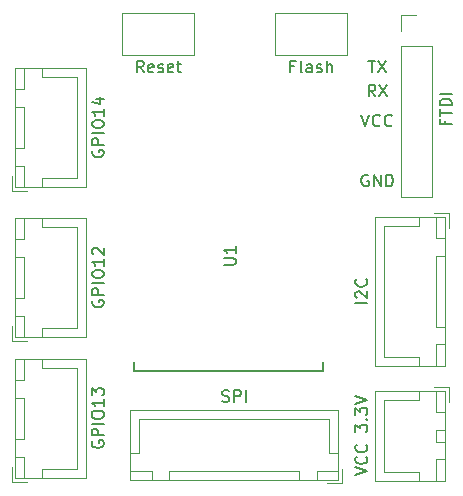
<source format=gto>
G04 #@! TF.GenerationSoftware,KiCad,Pcbnew,5.1.5*
G04 #@! TF.CreationDate,2020-01-13T20:05:45+01:00*
G04 #@! TF.ProjectId,ESP8266_Uni,45535038-3236-4365-9f55-6e692e6b6963,rev?*
G04 #@! TF.SameCoordinates,Original*
G04 #@! TF.FileFunction,Legend,Top*
G04 #@! TF.FilePolarity,Positive*
%FSLAX46Y46*%
G04 Gerber Fmt 4.6, Leading zero omitted, Abs format (unit mm)*
G04 Created by KiCad (PCBNEW 5.1.5) date 2020-01-13 20:05:45*
%MOMM*%
%LPD*%
G04 APERTURE LIST*
%ADD10C,0.150000*%
%ADD11C,0.152400*%
%ADD12C,0.120000*%
G04 APERTURE END LIST*
D10*
X138684095Y-24344380D02*
X139255523Y-24344380D01*
X138969809Y-25344380D02*
X138969809Y-24344380D01*
X139493619Y-24344380D02*
X140160285Y-25344380D01*
X140160285Y-24344380D02*
X139493619Y-25344380D01*
X139279333Y-27376380D02*
X138946000Y-26900190D01*
X138707904Y-27376380D02*
X138707904Y-26376380D01*
X139088857Y-26376380D01*
X139184095Y-26424000D01*
X139231714Y-26471619D01*
X139279333Y-26566857D01*
X139279333Y-26709714D01*
X139231714Y-26804952D01*
X139184095Y-26852571D01*
X139088857Y-26900190D01*
X138707904Y-26900190D01*
X139612666Y-26376380D02*
X140279333Y-27376380D01*
X140279333Y-26376380D02*
X139612666Y-27376380D01*
X138112666Y-28916380D02*
X138446000Y-29916380D01*
X138779333Y-28916380D01*
X139684095Y-29821142D02*
X139636476Y-29868761D01*
X139493619Y-29916380D01*
X139398380Y-29916380D01*
X139255523Y-29868761D01*
X139160285Y-29773523D01*
X139112666Y-29678285D01*
X139065047Y-29487809D01*
X139065047Y-29344952D01*
X139112666Y-29154476D01*
X139160285Y-29059238D01*
X139255523Y-28964000D01*
X139398380Y-28916380D01*
X139493619Y-28916380D01*
X139636476Y-28964000D01*
X139684095Y-29011619D01*
X140684095Y-29821142D02*
X140636476Y-29868761D01*
X140493619Y-29916380D01*
X140398380Y-29916380D01*
X140255523Y-29868761D01*
X140160285Y-29773523D01*
X140112666Y-29678285D01*
X140065047Y-29487809D01*
X140065047Y-29344952D01*
X140112666Y-29154476D01*
X140160285Y-29059238D01*
X140255523Y-28964000D01*
X140398380Y-28916380D01*
X140493619Y-28916380D01*
X140636476Y-28964000D01*
X140684095Y-29011619D01*
X138684095Y-34044000D02*
X138588857Y-33996380D01*
X138446000Y-33996380D01*
X138303142Y-34044000D01*
X138207904Y-34139238D01*
X138160285Y-34234476D01*
X138112666Y-34424952D01*
X138112666Y-34567809D01*
X138160285Y-34758285D01*
X138207904Y-34853523D01*
X138303142Y-34948761D01*
X138446000Y-34996380D01*
X138541238Y-34996380D01*
X138684095Y-34948761D01*
X138731714Y-34901142D01*
X138731714Y-34567809D01*
X138541238Y-34567809D01*
X139160285Y-34996380D02*
X139160285Y-33996380D01*
X139731714Y-34996380D01*
X139731714Y-33996380D01*
X140207904Y-34996380D02*
X140207904Y-33996380D01*
X140446000Y-33996380D01*
X140588857Y-34044000D01*
X140684095Y-34139238D01*
X140731714Y-34234476D01*
X140779333Y-34424952D01*
X140779333Y-34567809D01*
X140731714Y-34758285D01*
X140684095Y-34853523D01*
X140588857Y-34948761D01*
X140446000Y-34996380D01*
X140207904Y-34996380D01*
D11*
X118872000Y-49911000D02*
X118872000Y-50673000D01*
X118872000Y-50673000D02*
X134874000Y-50673000D01*
X134874000Y-50673000D02*
X134874000Y-49911000D01*
D12*
X136164000Y-59864000D02*
X136164000Y-53894000D01*
X136164000Y-53894000D02*
X118544000Y-53894000D01*
X118544000Y-53894000D02*
X118544000Y-59864000D01*
X118544000Y-59864000D02*
X136164000Y-59864000D01*
X132854000Y-59854000D02*
X132854000Y-59104000D01*
X132854000Y-59104000D02*
X121854000Y-59104000D01*
X121854000Y-59104000D02*
X121854000Y-59854000D01*
X121854000Y-59854000D02*
X132854000Y-59854000D01*
X136154000Y-59854000D02*
X136154000Y-59104000D01*
X136154000Y-59104000D02*
X134354000Y-59104000D01*
X134354000Y-59104000D02*
X134354000Y-59854000D01*
X134354000Y-59854000D02*
X136154000Y-59854000D01*
X120354000Y-59854000D02*
X120354000Y-59104000D01*
X120354000Y-59104000D02*
X118554000Y-59104000D01*
X118554000Y-59104000D02*
X118554000Y-59854000D01*
X118554000Y-59854000D02*
X120354000Y-59854000D01*
X136154000Y-57604000D02*
X135404000Y-57604000D01*
X135404000Y-57604000D02*
X135404000Y-54654000D01*
X135404000Y-54654000D02*
X127354000Y-54654000D01*
X118554000Y-57604000D02*
X119304000Y-57604000D01*
X119304000Y-57604000D02*
X119304000Y-54654000D01*
X119304000Y-54654000D02*
X127354000Y-54654000D01*
X135204000Y-60154000D02*
X136454000Y-60154000D01*
X136454000Y-60154000D02*
X136454000Y-58904000D01*
X145208000Y-52304000D02*
X139238000Y-52304000D01*
X139238000Y-52304000D02*
X139238000Y-59924000D01*
X139238000Y-59924000D02*
X145208000Y-59924000D01*
X145208000Y-59924000D02*
X145208000Y-52304000D01*
X145198000Y-55614000D02*
X144448000Y-55614000D01*
X144448000Y-55614000D02*
X144448000Y-56614000D01*
X144448000Y-56614000D02*
X145198000Y-56614000D01*
X145198000Y-56614000D02*
X145198000Y-55614000D01*
X145198000Y-52314000D02*
X144448000Y-52314000D01*
X144448000Y-52314000D02*
X144448000Y-54114000D01*
X144448000Y-54114000D02*
X145198000Y-54114000D01*
X145198000Y-54114000D02*
X145198000Y-52314000D01*
X145198000Y-58114000D02*
X144448000Y-58114000D01*
X144448000Y-58114000D02*
X144448000Y-59914000D01*
X144448000Y-59914000D02*
X145198000Y-59914000D01*
X145198000Y-59914000D02*
X145198000Y-58114000D01*
X142948000Y-52314000D02*
X142948000Y-53064000D01*
X142948000Y-53064000D02*
X139998000Y-53064000D01*
X139998000Y-53064000D02*
X139998000Y-56114000D01*
X142948000Y-59914000D02*
X142948000Y-59164000D01*
X142948000Y-59164000D02*
X139998000Y-59164000D01*
X139998000Y-59164000D02*
X139998000Y-56114000D01*
X145498000Y-53264000D02*
X145498000Y-52014000D01*
X145498000Y-52014000D02*
X144248000Y-52014000D01*
X145208000Y-37572000D02*
X139238000Y-37572000D01*
X139238000Y-37572000D02*
X139238000Y-50192000D01*
X139238000Y-50192000D02*
X145208000Y-50192000D01*
X145208000Y-50192000D02*
X145208000Y-37572000D01*
X145198000Y-40882000D02*
X144448000Y-40882000D01*
X144448000Y-40882000D02*
X144448000Y-46882000D01*
X144448000Y-46882000D02*
X145198000Y-46882000D01*
X145198000Y-46882000D02*
X145198000Y-40882000D01*
X145198000Y-37582000D02*
X144448000Y-37582000D01*
X144448000Y-37582000D02*
X144448000Y-39382000D01*
X144448000Y-39382000D02*
X145198000Y-39382000D01*
X145198000Y-39382000D02*
X145198000Y-37582000D01*
X145198000Y-48382000D02*
X144448000Y-48382000D01*
X144448000Y-48382000D02*
X144448000Y-50182000D01*
X144448000Y-50182000D02*
X145198000Y-50182000D01*
X145198000Y-50182000D02*
X145198000Y-48382000D01*
X142948000Y-37582000D02*
X142948000Y-38332000D01*
X142948000Y-38332000D02*
X139998000Y-38332000D01*
X139998000Y-38332000D02*
X139998000Y-43882000D01*
X142948000Y-50182000D02*
X142948000Y-49432000D01*
X142948000Y-49432000D02*
X139998000Y-49432000D01*
X139998000Y-49432000D02*
X139998000Y-43882000D01*
X145498000Y-38532000D02*
X145498000Y-37282000D01*
X145498000Y-37282000D02*
X144248000Y-37282000D01*
X108792000Y-47772000D02*
X114762000Y-47772000D01*
X114762000Y-47772000D02*
X114762000Y-37652000D01*
X114762000Y-37652000D02*
X108792000Y-37652000D01*
X108792000Y-37652000D02*
X108792000Y-47772000D01*
X108802000Y-44462000D02*
X109552000Y-44462000D01*
X109552000Y-44462000D02*
X109552000Y-40962000D01*
X109552000Y-40962000D02*
X108802000Y-40962000D01*
X108802000Y-40962000D02*
X108802000Y-44462000D01*
X108802000Y-47762000D02*
X109552000Y-47762000D01*
X109552000Y-47762000D02*
X109552000Y-45962000D01*
X109552000Y-45962000D02*
X108802000Y-45962000D01*
X108802000Y-45962000D02*
X108802000Y-47762000D01*
X108802000Y-39462000D02*
X109552000Y-39462000D01*
X109552000Y-39462000D02*
X109552000Y-37662000D01*
X109552000Y-37662000D02*
X108802000Y-37662000D01*
X108802000Y-37662000D02*
X108802000Y-39462000D01*
X111052000Y-47762000D02*
X111052000Y-47012000D01*
X111052000Y-47012000D02*
X114002000Y-47012000D01*
X114002000Y-47012000D02*
X114002000Y-42712000D01*
X111052000Y-37662000D02*
X111052000Y-38412000D01*
X111052000Y-38412000D02*
X114002000Y-38412000D01*
X114002000Y-38412000D02*
X114002000Y-42712000D01*
X108502000Y-46812000D02*
X108502000Y-48062000D01*
X108502000Y-48062000D02*
X109752000Y-48062000D01*
X108502000Y-60000000D02*
X109752000Y-60000000D01*
X108502000Y-58750000D02*
X108502000Y-60000000D01*
X114002000Y-50350000D02*
X114002000Y-54650000D01*
X111052000Y-50350000D02*
X114002000Y-50350000D01*
X111052000Y-49600000D02*
X111052000Y-50350000D01*
X114002000Y-58950000D02*
X114002000Y-54650000D01*
X111052000Y-58950000D02*
X114002000Y-58950000D01*
X111052000Y-59700000D02*
X111052000Y-58950000D01*
X108802000Y-49600000D02*
X108802000Y-51400000D01*
X109552000Y-49600000D02*
X108802000Y-49600000D01*
X109552000Y-51400000D02*
X109552000Y-49600000D01*
X108802000Y-51400000D02*
X109552000Y-51400000D01*
X108802000Y-57900000D02*
X108802000Y-59700000D01*
X109552000Y-57900000D02*
X108802000Y-57900000D01*
X109552000Y-59700000D02*
X109552000Y-57900000D01*
X108802000Y-59700000D02*
X109552000Y-59700000D01*
X108802000Y-52900000D02*
X108802000Y-56400000D01*
X109552000Y-52900000D02*
X108802000Y-52900000D01*
X109552000Y-56400000D02*
X109552000Y-52900000D01*
X108802000Y-56400000D02*
X109552000Y-56400000D01*
X108792000Y-49590000D02*
X108792000Y-59710000D01*
X114762000Y-49590000D02*
X108792000Y-49590000D01*
X114762000Y-59710000D02*
X114762000Y-49590000D01*
X108792000Y-59710000D02*
X114762000Y-59710000D01*
X108792000Y-35072000D02*
X114762000Y-35072000D01*
X114762000Y-35072000D02*
X114762000Y-24952000D01*
X114762000Y-24952000D02*
X108792000Y-24952000D01*
X108792000Y-24952000D02*
X108792000Y-35072000D01*
X108802000Y-31762000D02*
X109552000Y-31762000D01*
X109552000Y-31762000D02*
X109552000Y-28262000D01*
X109552000Y-28262000D02*
X108802000Y-28262000D01*
X108802000Y-28262000D02*
X108802000Y-31762000D01*
X108802000Y-35062000D02*
X109552000Y-35062000D01*
X109552000Y-35062000D02*
X109552000Y-33262000D01*
X109552000Y-33262000D02*
X108802000Y-33262000D01*
X108802000Y-33262000D02*
X108802000Y-35062000D01*
X108802000Y-26762000D02*
X109552000Y-26762000D01*
X109552000Y-26762000D02*
X109552000Y-24962000D01*
X109552000Y-24962000D02*
X108802000Y-24962000D01*
X108802000Y-24962000D02*
X108802000Y-26762000D01*
X111052000Y-35062000D02*
X111052000Y-34312000D01*
X111052000Y-34312000D02*
X114002000Y-34312000D01*
X114002000Y-34312000D02*
X114002000Y-30012000D01*
X111052000Y-24962000D02*
X111052000Y-25712000D01*
X111052000Y-25712000D02*
X114002000Y-25712000D01*
X114002000Y-25712000D02*
X114002000Y-30012000D01*
X108502000Y-34112000D02*
X108502000Y-35362000D01*
X108502000Y-35362000D02*
X109752000Y-35362000D01*
X123964000Y-23908000D02*
X117844000Y-23908000D01*
X117844000Y-23908000D02*
X117844000Y-20288000D01*
X117844000Y-20288000D02*
X123964000Y-20288000D01*
X123964000Y-20288000D02*
X123964000Y-23908000D01*
X141418000Y-35874000D02*
X144078000Y-35874000D01*
X141418000Y-23114000D02*
X141418000Y-35874000D01*
X144078000Y-23114000D02*
X144078000Y-35874000D01*
X141418000Y-23114000D02*
X144078000Y-23114000D01*
X141418000Y-21844000D02*
X141418000Y-20514000D01*
X141418000Y-20514000D02*
X142748000Y-20514000D01*
X130798000Y-20288000D02*
X136918000Y-20288000D01*
X136918000Y-20288000D02*
X136918000Y-23908000D01*
X136918000Y-23908000D02*
X130798000Y-23908000D01*
X130798000Y-23908000D02*
X130798000Y-20288000D01*
D10*
X126452380Y-41655904D02*
X127261904Y-41655904D01*
X127357142Y-41608285D01*
X127404761Y-41560666D01*
X127452380Y-41465428D01*
X127452380Y-41274952D01*
X127404761Y-41179714D01*
X127357142Y-41132095D01*
X127261904Y-41084476D01*
X126452380Y-41084476D01*
X127452380Y-40084476D02*
X127452380Y-40655904D01*
X127452380Y-40370190D02*
X126452380Y-40370190D01*
X126595238Y-40465428D01*
X126690476Y-40560666D01*
X126738095Y-40655904D01*
X126330190Y-53208761D02*
X126473047Y-53256380D01*
X126711142Y-53256380D01*
X126806380Y-53208761D01*
X126854000Y-53161142D01*
X126901619Y-53065904D01*
X126901619Y-52970666D01*
X126854000Y-52875428D01*
X126806380Y-52827809D01*
X126711142Y-52780190D01*
X126520666Y-52732571D01*
X126425428Y-52684952D01*
X126377809Y-52637333D01*
X126330190Y-52542095D01*
X126330190Y-52446857D01*
X126377809Y-52351619D01*
X126425428Y-52304000D01*
X126520666Y-52256380D01*
X126758761Y-52256380D01*
X126901619Y-52304000D01*
X127330190Y-53256380D02*
X127330190Y-52256380D01*
X127711142Y-52256380D01*
X127806380Y-52304000D01*
X127854000Y-52351619D01*
X127901619Y-52446857D01*
X127901619Y-52589714D01*
X127854000Y-52684952D01*
X127806380Y-52732571D01*
X127711142Y-52780190D01*
X127330190Y-52780190D01*
X128330190Y-53256380D02*
X128330190Y-52256380D01*
X137600380Y-59447333D02*
X138600380Y-59114000D01*
X137600380Y-58780666D01*
X138505142Y-57875904D02*
X138552761Y-57923523D01*
X138600380Y-58066380D01*
X138600380Y-58161619D01*
X138552761Y-58304476D01*
X138457523Y-58399714D01*
X138362285Y-58447333D01*
X138171809Y-58494952D01*
X138028952Y-58494952D01*
X137838476Y-58447333D01*
X137743238Y-58399714D01*
X137648000Y-58304476D01*
X137600380Y-58161619D01*
X137600380Y-58066380D01*
X137648000Y-57923523D01*
X137695619Y-57875904D01*
X138505142Y-56875904D02*
X138552761Y-56923523D01*
X138600380Y-57066380D01*
X138600380Y-57161619D01*
X138552761Y-57304476D01*
X138457523Y-57399714D01*
X138362285Y-57447333D01*
X138171809Y-57494952D01*
X138028952Y-57494952D01*
X137838476Y-57447333D01*
X137743238Y-57399714D01*
X137648000Y-57304476D01*
X137600380Y-57161619D01*
X137600380Y-57066380D01*
X137648000Y-56923523D01*
X137695619Y-56875904D01*
X137600380Y-55780666D02*
X137600380Y-55161619D01*
X137981333Y-55494952D01*
X137981333Y-55352095D01*
X138028952Y-55256857D01*
X138076571Y-55209238D01*
X138171809Y-55161619D01*
X138409904Y-55161619D01*
X138505142Y-55209238D01*
X138552761Y-55256857D01*
X138600380Y-55352095D01*
X138600380Y-55637809D01*
X138552761Y-55733047D01*
X138505142Y-55780666D01*
X138505142Y-54733047D02*
X138552761Y-54685428D01*
X138600380Y-54733047D01*
X138552761Y-54780666D01*
X138505142Y-54733047D01*
X138600380Y-54733047D01*
X137600380Y-54352095D02*
X137600380Y-53733047D01*
X137981333Y-54066380D01*
X137981333Y-53923523D01*
X138028952Y-53828285D01*
X138076571Y-53780666D01*
X138171809Y-53733047D01*
X138409904Y-53733047D01*
X138505142Y-53780666D01*
X138552761Y-53828285D01*
X138600380Y-53923523D01*
X138600380Y-54209238D01*
X138552761Y-54304476D01*
X138505142Y-54352095D01*
X137600380Y-53447333D02*
X138600380Y-53114000D01*
X137600380Y-52780666D01*
X138600380Y-44858190D02*
X137600380Y-44858190D01*
X137695619Y-44429619D02*
X137648000Y-44382000D01*
X137600380Y-44286761D01*
X137600380Y-44048666D01*
X137648000Y-43953428D01*
X137695619Y-43905809D01*
X137790857Y-43858190D01*
X137886095Y-43858190D01*
X138028952Y-43905809D01*
X138600380Y-44477238D01*
X138600380Y-43858190D01*
X138505142Y-42858190D02*
X138552761Y-42905809D01*
X138600380Y-43048666D01*
X138600380Y-43143904D01*
X138552761Y-43286761D01*
X138457523Y-43382000D01*
X138362285Y-43429619D01*
X138171809Y-43477238D01*
X138028952Y-43477238D01*
X137838476Y-43429619D01*
X137743238Y-43382000D01*
X137648000Y-43286761D01*
X137600380Y-43143904D01*
X137600380Y-43048666D01*
X137648000Y-42905809D01*
X137695619Y-42858190D01*
X115352000Y-44664380D02*
X115304380Y-44759619D01*
X115304380Y-44902476D01*
X115352000Y-45045333D01*
X115447238Y-45140571D01*
X115542476Y-45188190D01*
X115732952Y-45235809D01*
X115875809Y-45235809D01*
X116066285Y-45188190D01*
X116161523Y-45140571D01*
X116256761Y-45045333D01*
X116304380Y-44902476D01*
X116304380Y-44807238D01*
X116256761Y-44664380D01*
X116209142Y-44616761D01*
X115875809Y-44616761D01*
X115875809Y-44807238D01*
X116304380Y-44188190D02*
X115304380Y-44188190D01*
X115304380Y-43807238D01*
X115352000Y-43712000D01*
X115399619Y-43664380D01*
X115494857Y-43616761D01*
X115637714Y-43616761D01*
X115732952Y-43664380D01*
X115780571Y-43712000D01*
X115828190Y-43807238D01*
X115828190Y-44188190D01*
X116304380Y-43188190D02*
X115304380Y-43188190D01*
X115304380Y-42521523D02*
X115304380Y-42331047D01*
X115352000Y-42235809D01*
X115447238Y-42140571D01*
X115637714Y-42092952D01*
X115971047Y-42092952D01*
X116161523Y-42140571D01*
X116256761Y-42235809D01*
X116304380Y-42331047D01*
X116304380Y-42521523D01*
X116256761Y-42616761D01*
X116161523Y-42712000D01*
X115971047Y-42759619D01*
X115637714Y-42759619D01*
X115447238Y-42712000D01*
X115352000Y-42616761D01*
X115304380Y-42521523D01*
X116304380Y-41140571D02*
X116304380Y-41712000D01*
X116304380Y-41426285D02*
X115304380Y-41426285D01*
X115447238Y-41521523D01*
X115542476Y-41616761D01*
X115590095Y-41712000D01*
X115399619Y-40759619D02*
X115352000Y-40712000D01*
X115304380Y-40616761D01*
X115304380Y-40378666D01*
X115352000Y-40283428D01*
X115399619Y-40235809D01*
X115494857Y-40188190D01*
X115590095Y-40188190D01*
X115732952Y-40235809D01*
X116304380Y-40807238D01*
X116304380Y-40188190D01*
X115324000Y-56562380D02*
X115276380Y-56657619D01*
X115276380Y-56800476D01*
X115324000Y-56943333D01*
X115419238Y-57038571D01*
X115514476Y-57086190D01*
X115704952Y-57133809D01*
X115847809Y-57133809D01*
X116038285Y-57086190D01*
X116133523Y-57038571D01*
X116228761Y-56943333D01*
X116276380Y-56800476D01*
X116276380Y-56705238D01*
X116228761Y-56562380D01*
X116181142Y-56514761D01*
X115847809Y-56514761D01*
X115847809Y-56705238D01*
X116276380Y-56086190D02*
X115276380Y-56086190D01*
X115276380Y-55705238D01*
X115324000Y-55610000D01*
X115371619Y-55562380D01*
X115466857Y-55514761D01*
X115609714Y-55514761D01*
X115704952Y-55562380D01*
X115752571Y-55610000D01*
X115800190Y-55705238D01*
X115800190Y-56086190D01*
X116276380Y-55086190D02*
X115276380Y-55086190D01*
X115276380Y-54419523D02*
X115276380Y-54229047D01*
X115324000Y-54133809D01*
X115419238Y-54038571D01*
X115609714Y-53990952D01*
X115943047Y-53990952D01*
X116133523Y-54038571D01*
X116228761Y-54133809D01*
X116276380Y-54229047D01*
X116276380Y-54419523D01*
X116228761Y-54514761D01*
X116133523Y-54610000D01*
X115943047Y-54657619D01*
X115609714Y-54657619D01*
X115419238Y-54610000D01*
X115324000Y-54514761D01*
X115276380Y-54419523D01*
X116276380Y-53038571D02*
X116276380Y-53610000D01*
X116276380Y-53324285D02*
X115276380Y-53324285D01*
X115419238Y-53419523D01*
X115514476Y-53514761D01*
X115562095Y-53610000D01*
X115276380Y-52705238D02*
X115276380Y-52086190D01*
X115657333Y-52419523D01*
X115657333Y-52276666D01*
X115704952Y-52181428D01*
X115752571Y-52133809D01*
X115847809Y-52086190D01*
X116085904Y-52086190D01*
X116181142Y-52133809D01*
X116228761Y-52181428D01*
X116276380Y-52276666D01*
X116276380Y-52562380D01*
X116228761Y-52657619D01*
X116181142Y-52705238D01*
X115352000Y-31964380D02*
X115304380Y-32059619D01*
X115304380Y-32202476D01*
X115352000Y-32345333D01*
X115447238Y-32440571D01*
X115542476Y-32488190D01*
X115732952Y-32535809D01*
X115875809Y-32535809D01*
X116066285Y-32488190D01*
X116161523Y-32440571D01*
X116256761Y-32345333D01*
X116304380Y-32202476D01*
X116304380Y-32107238D01*
X116256761Y-31964380D01*
X116209142Y-31916761D01*
X115875809Y-31916761D01*
X115875809Y-32107238D01*
X116304380Y-31488190D02*
X115304380Y-31488190D01*
X115304380Y-31107238D01*
X115352000Y-31012000D01*
X115399619Y-30964380D01*
X115494857Y-30916761D01*
X115637714Y-30916761D01*
X115732952Y-30964380D01*
X115780571Y-31012000D01*
X115828190Y-31107238D01*
X115828190Y-31488190D01*
X116304380Y-30488190D02*
X115304380Y-30488190D01*
X115304380Y-29821523D02*
X115304380Y-29631047D01*
X115352000Y-29535809D01*
X115447238Y-29440571D01*
X115637714Y-29392952D01*
X115971047Y-29392952D01*
X116161523Y-29440571D01*
X116256761Y-29535809D01*
X116304380Y-29631047D01*
X116304380Y-29821523D01*
X116256761Y-29916761D01*
X116161523Y-30012000D01*
X115971047Y-30059619D01*
X115637714Y-30059619D01*
X115447238Y-30012000D01*
X115352000Y-29916761D01*
X115304380Y-29821523D01*
X116304380Y-28440571D02*
X116304380Y-29012000D01*
X116304380Y-28726285D02*
X115304380Y-28726285D01*
X115447238Y-28821523D01*
X115542476Y-28916761D01*
X115590095Y-29012000D01*
X115637714Y-27583428D02*
X116304380Y-27583428D01*
X115256761Y-27821523D02*
X115971047Y-28059619D01*
X115971047Y-27440571D01*
X119665904Y-25344380D02*
X119332571Y-24868190D01*
X119094476Y-25344380D02*
X119094476Y-24344380D01*
X119475428Y-24344380D01*
X119570666Y-24392000D01*
X119618285Y-24439619D01*
X119665904Y-24534857D01*
X119665904Y-24677714D01*
X119618285Y-24772952D01*
X119570666Y-24820571D01*
X119475428Y-24868190D01*
X119094476Y-24868190D01*
X120475428Y-25296761D02*
X120380190Y-25344380D01*
X120189714Y-25344380D01*
X120094476Y-25296761D01*
X120046857Y-25201523D01*
X120046857Y-24820571D01*
X120094476Y-24725333D01*
X120189714Y-24677714D01*
X120380190Y-24677714D01*
X120475428Y-24725333D01*
X120523047Y-24820571D01*
X120523047Y-24915809D01*
X120046857Y-25011047D01*
X120904000Y-25296761D02*
X120999238Y-25344380D01*
X121189714Y-25344380D01*
X121284952Y-25296761D01*
X121332571Y-25201523D01*
X121332571Y-25153904D01*
X121284952Y-25058666D01*
X121189714Y-25011047D01*
X121046857Y-25011047D01*
X120951619Y-24963428D01*
X120904000Y-24868190D01*
X120904000Y-24820571D01*
X120951619Y-24725333D01*
X121046857Y-24677714D01*
X121189714Y-24677714D01*
X121284952Y-24725333D01*
X122142095Y-25296761D02*
X122046857Y-25344380D01*
X121856380Y-25344380D01*
X121761142Y-25296761D01*
X121713523Y-25201523D01*
X121713523Y-24820571D01*
X121761142Y-24725333D01*
X121856380Y-24677714D01*
X122046857Y-24677714D01*
X122142095Y-24725333D01*
X122189714Y-24820571D01*
X122189714Y-24915809D01*
X121713523Y-25011047D01*
X122475428Y-24677714D02*
X122856380Y-24677714D01*
X122618285Y-24344380D02*
X122618285Y-25201523D01*
X122665904Y-25296761D01*
X122761142Y-25344380D01*
X122856380Y-25344380D01*
X145216571Y-29424190D02*
X145216571Y-29757523D01*
X145740380Y-29757523D02*
X144740380Y-29757523D01*
X144740380Y-29281333D01*
X144740380Y-29043238D02*
X144740380Y-28471809D01*
X145740380Y-28757523D02*
X144740380Y-28757523D01*
X145740380Y-28138476D02*
X144740380Y-28138476D01*
X144740380Y-27900380D01*
X144788000Y-27757523D01*
X144883238Y-27662285D01*
X144978476Y-27614666D01*
X145168952Y-27567047D01*
X145311809Y-27567047D01*
X145502285Y-27614666D01*
X145597523Y-27662285D01*
X145692761Y-27757523D01*
X145740380Y-27900380D01*
X145740380Y-28138476D01*
X145740380Y-27138476D02*
X144740380Y-27138476D01*
X132429428Y-24820571D02*
X132096095Y-24820571D01*
X132096095Y-25344380D02*
X132096095Y-24344380D01*
X132572285Y-24344380D01*
X133096095Y-25344380D02*
X133000857Y-25296761D01*
X132953238Y-25201523D01*
X132953238Y-24344380D01*
X133905619Y-25344380D02*
X133905619Y-24820571D01*
X133858000Y-24725333D01*
X133762761Y-24677714D01*
X133572285Y-24677714D01*
X133477047Y-24725333D01*
X133905619Y-25296761D02*
X133810380Y-25344380D01*
X133572285Y-25344380D01*
X133477047Y-25296761D01*
X133429428Y-25201523D01*
X133429428Y-25106285D01*
X133477047Y-25011047D01*
X133572285Y-24963428D01*
X133810380Y-24963428D01*
X133905619Y-24915809D01*
X134334190Y-25296761D02*
X134429428Y-25344380D01*
X134619904Y-25344380D01*
X134715142Y-25296761D01*
X134762761Y-25201523D01*
X134762761Y-25153904D01*
X134715142Y-25058666D01*
X134619904Y-25011047D01*
X134477047Y-25011047D01*
X134381809Y-24963428D01*
X134334190Y-24868190D01*
X134334190Y-24820571D01*
X134381809Y-24725333D01*
X134477047Y-24677714D01*
X134619904Y-24677714D01*
X134715142Y-24725333D01*
X135191333Y-25344380D02*
X135191333Y-24344380D01*
X135619904Y-25344380D02*
X135619904Y-24820571D01*
X135572285Y-24725333D01*
X135477047Y-24677714D01*
X135334190Y-24677714D01*
X135238952Y-24725333D01*
X135191333Y-24772952D01*
M02*

</source>
